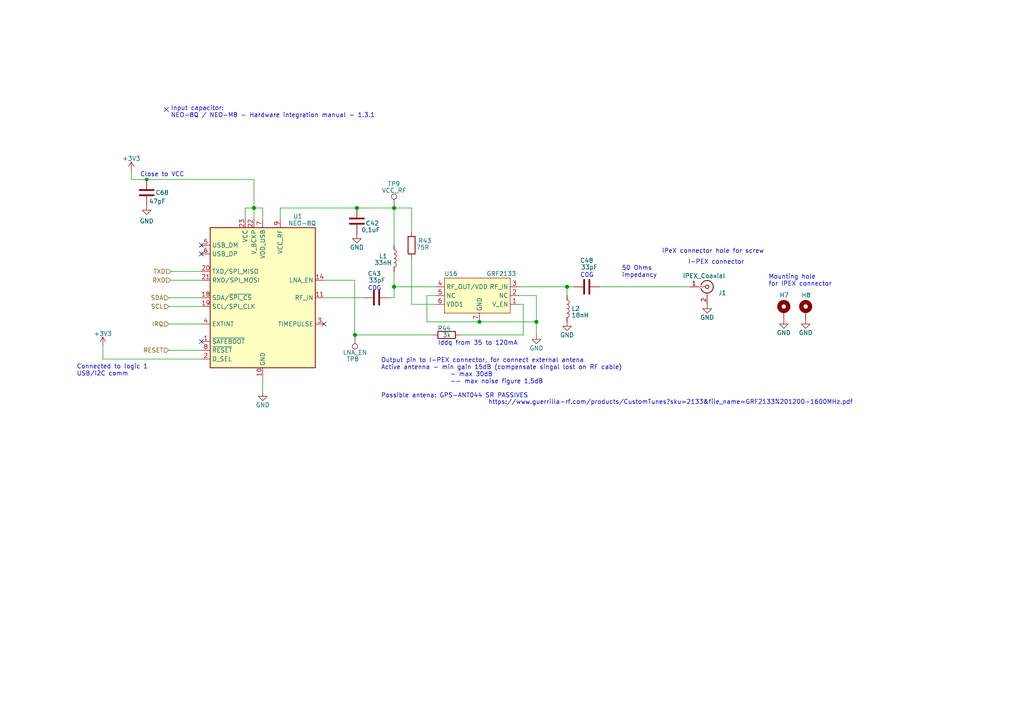
<source format=kicad_sch>
(kicad_sch (version 20211123) (generator eeschema)

  (uuid 8b38e713-2ae3-4571-a0a2-528b1d1f5431)

  (paper "A4")

  (lib_symbols
    (symbol "Connector:Conn_Coaxial" (pin_names (offset 1.016) hide) (in_bom yes) (on_board yes)
      (property "Reference" "J" (id 0) (at 0.254 3.048 0)
        (effects (font (size 1.27 1.27)))
      )
      (property "Value" "Conn_Coaxial" (id 1) (at 2.921 0 90)
        (effects (font (size 1.27 1.27)))
      )
      (property "Footprint" "" (id 2) (at 0 0 0)
        (effects (font (size 1.27 1.27)) hide)
      )
      (property "Datasheet" " ~" (id 3) (at 0 0 0)
        (effects (font (size 1.27 1.27)) hide)
      )
      (property "ki_keywords" "BNC SMA SMB SMC LEMO coaxial connector CINCH RCA" (id 4) (at 0 0 0)
        (effects (font (size 1.27 1.27)) hide)
      )
      (property "ki_description" "coaxial connector (BNC, SMA, SMB, SMC, Cinch/RCA, LEMO, ...)" (id 5) (at 0 0 0)
        (effects (font (size 1.27 1.27)) hide)
      )
      (property "ki_fp_filters" "*BNC* *SMA* *SMB* *SMC* *Cinch* *LEMO*" (id 6) (at 0 0 0)
        (effects (font (size 1.27 1.27)) hide)
      )
      (symbol "Conn_Coaxial_0_1"
        (arc (start -1.778 -0.508) (mid 0.222 -1.808) (end 1.778 0)
          (stroke (width 0.254) (type default) (color 0 0 0 0))
          (fill (type none))
        )
        (polyline
          (pts
            (xy -2.54 0)
            (xy -0.508 0)
          )
          (stroke (width 0) (type default) (color 0 0 0 0))
          (fill (type none))
        )
        (polyline
          (pts
            (xy 0 -2.54)
            (xy 0 -1.778)
          )
          (stroke (width 0) (type default) (color 0 0 0 0))
          (fill (type none))
        )
        (circle (center 0 0) (radius 0.508)
          (stroke (width 0.2032) (type default) (color 0 0 0 0))
          (fill (type none))
        )
        (arc (start 1.778 0) (mid 0.222 1.8083) (end -1.778 0.508)
          (stroke (width 0.254) (type default) (color 0 0 0 0))
          (fill (type none))
        )
      )
      (symbol "Conn_Coaxial_1_1"
        (pin passive line (at -5.08 0 0) (length 2.54)
          (name "In" (effects (font (size 1.27 1.27))))
          (number "1" (effects (font (size 1.27 1.27))))
        )
        (pin passive line (at 0 -5.08 90) (length 2.54)
          (name "Ext" (effects (font (size 1.27 1.27))))
          (number "2" (effects (font (size 1.27 1.27))))
        )
      )
    )
    (symbol "Connector:TestPoint" (pin_numbers hide) (pin_names (offset 0.762) hide) (in_bom yes) (on_board yes)
      (property "Reference" "TP" (id 0) (at 0 6.858 0)
        (effects (font (size 1.27 1.27)))
      )
      (property "Value" "TestPoint" (id 1) (at 0 5.08 0)
        (effects (font (size 1.27 1.27)))
      )
      (property "Footprint" "" (id 2) (at 5.08 0 0)
        (effects (font (size 1.27 1.27)) hide)
      )
      (property "Datasheet" "~" (id 3) (at 5.08 0 0)
        (effects (font (size 1.27 1.27)) hide)
      )
      (property "ki_keywords" "test point tp" (id 4) (at 0 0 0)
        (effects (font (size 1.27 1.27)) hide)
      )
      (property "ki_description" "test point" (id 5) (at 0 0 0)
        (effects (font (size 1.27 1.27)) hide)
      )
      (property "ki_fp_filters" "Pin* Test*" (id 6) (at 0 0 0)
        (effects (font (size 1.27 1.27)) hide)
      )
      (symbol "TestPoint_0_1"
        (circle (center 0 3.302) (radius 0.762)
          (stroke (width 0) (type default) (color 0 0 0 0))
          (fill (type none))
        )
      )
      (symbol "TestPoint_1_1"
        (pin passive line (at 0 0 90) (length 2.54)
          (name "1" (effects (font (size 1.27 1.27))))
          (number "1" (effects (font (size 1.27 1.27))))
        )
      )
    )
    (symbol "Device:C" (pin_numbers hide) (pin_names (offset 0.254)) (in_bom yes) (on_board yes)
      (property "Reference" "C" (id 0) (at 0.635 2.54 0)
        (effects (font (size 1.27 1.27)) (justify left))
      )
      (property "Value" "C" (id 1) (at 0.635 -2.54 0)
        (effects (font (size 1.27 1.27)) (justify left))
      )
      (property "Footprint" "" (id 2) (at 0.9652 -3.81 0)
        (effects (font (size 1.27 1.27)) hide)
      )
      (property "Datasheet" "~" (id 3) (at 0 0 0)
        (effects (font (size 1.27 1.27)) hide)
      )
      (property "ki_keywords" "cap capacitor" (id 4) (at 0 0 0)
        (effects (font (size 1.27 1.27)) hide)
      )
      (property "ki_description" "Unpolarized capacitor" (id 5) (at 0 0 0)
        (effects (font (size 1.27 1.27)) hide)
      )
      (property "ki_fp_filters" "C_*" (id 6) (at 0 0 0)
        (effects (font (size 1.27 1.27)) hide)
      )
      (symbol "C_0_1"
        (polyline
          (pts
            (xy -2.032 -0.762)
            (xy 2.032 -0.762)
          )
          (stroke (width 0.508) (type default) (color 0 0 0 0))
          (fill (type none))
        )
        (polyline
          (pts
            (xy -2.032 0.762)
            (xy 2.032 0.762)
          )
          (stroke (width 0.508) (type default) (color 0 0 0 0))
          (fill (type none))
        )
      )
      (symbol "C_1_1"
        (pin passive line (at 0 3.81 270) (length 2.794)
          (name "~" (effects (font (size 1.27 1.27))))
          (number "1" (effects (font (size 1.27 1.27))))
        )
        (pin passive line (at 0 -3.81 90) (length 2.794)
          (name "~" (effects (font (size 1.27 1.27))))
          (number "2" (effects (font (size 1.27 1.27))))
        )
      )
    )
    (symbol "Device:L" (pin_numbers hide) (pin_names (offset 1.016) hide) (in_bom yes) (on_board yes)
      (property "Reference" "L" (id 0) (at -1.27 0 90)
        (effects (font (size 1.27 1.27)))
      )
      (property "Value" "L" (id 1) (at 1.905 0 90)
        (effects (font (size 1.27 1.27)))
      )
      (property "Footprint" "" (id 2) (at 0 0 0)
        (effects (font (size 1.27 1.27)) hide)
      )
      (property "Datasheet" "~" (id 3) (at 0 0 0)
        (effects (font (size 1.27 1.27)) hide)
      )
      (property "ki_keywords" "inductor choke coil reactor magnetic" (id 4) (at 0 0 0)
        (effects (font (size 1.27 1.27)) hide)
      )
      (property "ki_description" "Inductor" (id 5) (at 0 0 0)
        (effects (font (size 1.27 1.27)) hide)
      )
      (property "ki_fp_filters" "Choke_* *Coil* Inductor_* L_*" (id 6) (at 0 0 0)
        (effects (font (size 1.27 1.27)) hide)
      )
      (symbol "L_0_1"
        (arc (start 0 -2.54) (mid 0.635 -1.905) (end 0 -1.27)
          (stroke (width 0) (type default) (color 0 0 0 0))
          (fill (type none))
        )
        (arc (start 0 -1.27) (mid 0.635 -0.635) (end 0 0)
          (stroke (width 0) (type default) (color 0 0 0 0))
          (fill (type none))
        )
        (arc (start 0 0) (mid 0.635 0.635) (end 0 1.27)
          (stroke (width 0) (type default) (color 0 0 0 0))
          (fill (type none))
        )
        (arc (start 0 1.27) (mid 0.635 1.905) (end 0 2.54)
          (stroke (width 0) (type default) (color 0 0 0 0))
          (fill (type none))
        )
      )
      (symbol "L_1_1"
        (pin passive line (at 0 3.81 270) (length 1.27)
          (name "1" (effects (font (size 1.27 1.27))))
          (number "1" (effects (font (size 1.27 1.27))))
        )
        (pin passive line (at 0 -3.81 90) (length 1.27)
          (name "2" (effects (font (size 1.27 1.27))))
          (number "2" (effects (font (size 1.27 1.27))))
        )
      )
    )
    (symbol "Device:R" (pin_numbers hide) (pin_names (offset 0)) (in_bom yes) (on_board yes)
      (property "Reference" "R" (id 0) (at 2.032 0 90)
        (effects (font (size 1.27 1.27)))
      )
      (property "Value" "R" (id 1) (at 0 0 90)
        (effects (font (size 1.27 1.27)))
      )
      (property "Footprint" "" (id 2) (at -1.778 0 90)
        (effects (font (size 1.27 1.27)) hide)
      )
      (property "Datasheet" "~" (id 3) (at 0 0 0)
        (effects (font (size 1.27 1.27)) hide)
      )
      (property "ki_keywords" "R res resistor" (id 4) (at 0 0 0)
        (effects (font (size 1.27 1.27)) hide)
      )
      (property "ki_description" "Resistor" (id 5) (at 0 0 0)
        (effects (font (size 1.27 1.27)) hide)
      )
      (property "ki_fp_filters" "R_*" (id 6) (at 0 0 0)
        (effects (font (size 1.27 1.27)) hide)
      )
      (symbol "R_0_1"
        (rectangle (start -1.016 -2.54) (end 1.016 2.54)
          (stroke (width 0.254) (type default) (color 0 0 0 0))
          (fill (type none))
        )
      )
      (symbol "R_1_1"
        (pin passive line (at 0 3.81 270) (length 1.27)
          (name "~" (effects (font (size 1.27 1.27))))
          (number "1" (effects (font (size 1.27 1.27))))
        )
        (pin passive line (at 0 -3.81 90) (length 1.27)
          (name "~" (effects (font (size 1.27 1.27))))
          (number "2" (effects (font (size 1.27 1.27))))
        )
      )
    )
    (symbol "Mechanical:MountingHole_Pad" (pin_numbers hide) (pin_names (offset 1.016) hide) (in_bom yes) (on_board yes)
      (property "Reference" "H" (id 0) (at 0 6.35 0)
        (effects (font (size 1.27 1.27)))
      )
      (property "Value" "MountingHole_Pad" (id 1) (at 0 4.445 0)
        (effects (font (size 1.27 1.27)))
      )
      (property "Footprint" "" (id 2) (at 0 0 0)
        (effects (font (size 1.27 1.27)) hide)
      )
      (property "Datasheet" "~" (id 3) (at 0 0 0)
        (effects (font (size 1.27 1.27)) hide)
      )
      (property "ki_keywords" "mounting hole" (id 4) (at 0 0 0)
        (effects (font (size 1.27 1.27)) hide)
      )
      (property "ki_description" "Mounting Hole with connection" (id 5) (at 0 0 0)
        (effects (font (size 1.27 1.27)) hide)
      )
      (property "ki_fp_filters" "MountingHole*Pad*" (id 6) (at 0 0 0)
        (effects (font (size 1.27 1.27)) hide)
      )
      (symbol "MountingHole_Pad_0_1"
        (circle (center 0 1.27) (radius 1.27)
          (stroke (width 1.27) (type default) (color 0 0 0 0))
          (fill (type none))
        )
      )
      (symbol "MountingHole_Pad_1_1"
        (pin input line (at 0 -2.54 90) (length 2.54)
          (name "1" (effects (font (size 1.27 1.27))))
          (number "1" (effects (font (size 1.27 1.27))))
        )
      )
    )
    (symbol "RF_GPS:NEO-8Q" (in_bom yes) (on_board yes)
      (property "Reference" "U" (id 0) (at -13.97 21.59 0)
        (effects (font (size 1.27 1.27)))
      )
      (property "Value" "NEO-8Q" (id 1) (at 11.43 21.59 0)
        (effects (font (size 1.27 1.27)))
      )
      (property "Footprint" "RF_GPS:ublox_NEO" (id 2) (at 10.16 -21.59 0)
        (effects (font (size 1.27 1.27)) hide)
      )
      (property "Datasheet" "https://www.u-blox.com/sites/default/files/NEO-8Q_DataSheet_%28UBX-15031913%29.pdf" (id 3) (at 0 0 0)
        (effects (font (size 1.27 1.27)) hide)
      )
      (property "ki_keywords" "ublox GPS GNSS module" (id 4) (at 0 0 0)
        (effects (font (size 1.27 1.27)) hide)
      )
      (property "ki_description" "GNSS Module NEO 8, VCC 1.65V to 3.6V" (id 5) (at 0 0 0)
        (effects (font (size 1.27 1.27)) hide)
      )
      (property "ki_fp_filters" "ublox*NEO*" (id 6) (at 0 0 0)
        (effects (font (size 1.27 1.27)) hide)
      )
      (symbol "NEO-8Q_0_1"
        (rectangle (start -15.24 20.32) (end 15.24 -20.32)
          (stroke (width 0.254) (type default) (color 0 0 0 0))
          (fill (type background))
        )
      )
      (symbol "NEO-8Q_1_1"
        (pin input line (at -17.78 -12.7 0) (length 2.54)
          (name "~{SAFEBOOT}" (effects (font (size 1.27 1.27))))
          (number "1" (effects (font (size 1.27 1.27))))
        )
        (pin power_in line (at 0 -22.86 90) (length 2.54)
          (name "GND" (effects (font (size 1.27 1.27))))
          (number "10" (effects (font (size 1.27 1.27))))
        )
        (pin input line (at 17.78 0 180) (length 2.54)
          (name "RF_IN" (effects (font (size 1.27 1.27))))
          (number "11" (effects (font (size 1.27 1.27))))
        )
        (pin passive line (at 0 -22.86 90) (length 2.54) hide
          (name "GND" (effects (font (size 1.27 1.27))))
          (number "12" (effects (font (size 1.27 1.27))))
        )
        (pin passive line (at 0 -22.86 90) (length 2.54) hide
          (name "GND" (effects (font (size 1.27 1.27))))
          (number "13" (effects (font (size 1.27 1.27))))
        )
        (pin output line (at 17.78 5.08 180) (length 2.54)
          (name "LNA_EN" (effects (font (size 1.27 1.27))))
          (number "14" (effects (font (size 1.27 1.27))))
        )
        (pin no_connect line (at 15.24 -10.16 180) (length 2.54) hide
          (name "RESERVED" (effects (font (size 1.27 1.27))))
          (number "15" (effects (font (size 1.27 1.27))))
        )
        (pin no_connect line (at 15.24 -12.7 180) (length 2.54) hide
          (name "RESERVED" (effects (font (size 1.27 1.27))))
          (number "16" (effects (font (size 1.27 1.27))))
        )
        (pin no_connect line (at 15.24 -15.24 180) (length 2.54) hide
          (name "RESERVED" (effects (font (size 1.27 1.27))))
          (number "17" (effects (font (size 1.27 1.27))))
        )
        (pin bidirectional line (at -17.78 0 0) (length 2.54)
          (name "SDA/~{SPI_CS}" (effects (font (size 1.27 1.27))))
          (number "18" (effects (font (size 1.27 1.27))))
        )
        (pin input line (at -17.78 -2.54 0) (length 2.54)
          (name "SCL/SPI_CLK" (effects (font (size 1.27 1.27))))
          (number "19" (effects (font (size 1.27 1.27))))
        )
        (pin input line (at -17.78 -17.78 0) (length 2.54)
          (name "D_SEL" (effects (font (size 1.27 1.27))))
          (number "2" (effects (font (size 1.27 1.27))))
        )
        (pin output line (at -17.78 7.62 0) (length 2.54)
          (name "TXD/SPI_MISO" (effects (font (size 1.27 1.27))))
          (number "20" (effects (font (size 1.27 1.27))))
        )
        (pin input line (at -17.78 5.08 0) (length 2.54)
          (name "RXD/SPI_MOSI" (effects (font (size 1.27 1.27))))
          (number "21" (effects (font (size 1.27 1.27))))
        )
        (pin power_in line (at -2.54 22.86 270) (length 2.54)
          (name "V_BCKP" (effects (font (size 1.27 1.27))))
          (number "22" (effects (font (size 1.27 1.27))))
        )
        (pin power_in line (at -5.08 22.86 270) (length 2.54)
          (name "VCC" (effects (font (size 1.27 1.27))))
          (number "23" (effects (font (size 1.27 1.27))))
        )
        (pin passive line (at 0 -22.86 90) (length 2.54) hide
          (name "GND" (effects (font (size 1.27 1.27))))
          (number "24" (effects (font (size 1.27 1.27))))
        )
        (pin output line (at 17.78 -7.62 180) (length 2.54)
          (name "TIMEPULSE" (effects (font (size 1.27 1.27))))
          (number "3" (effects (font (size 1.27 1.27))))
        )
        (pin input line (at -17.78 -7.62 0) (length 2.54)
          (name "EXTINT" (effects (font (size 1.27 1.27))))
          (number "4" (effects (font (size 1.27 1.27))))
        )
        (pin bidirectional line (at -17.78 15.24 0) (length 2.54)
          (name "USB_DM" (effects (font (size 1.27 1.27))))
          (number "5" (effects (font (size 1.27 1.27))))
        )
        (pin bidirectional line (at -17.78 12.7 0) (length 2.54)
          (name "USB_DP" (effects (font (size 1.27 1.27))))
          (number "6" (effects (font (size 1.27 1.27))))
        )
        (pin power_in line (at 0 22.86 270) (length 2.54)
          (name "VDD_USB" (effects (font (size 1.27 1.27))))
          (number "7" (effects (font (size 1.27 1.27))))
        )
        (pin input line (at -17.78 -15.24 0) (length 2.54)
          (name "~{RESET}" (effects (font (size 1.27 1.27))))
          (number "8" (effects (font (size 1.27 1.27))))
        )
        (pin power_out line (at 5.08 22.86 270) (length 2.54)
          (name "VCC_RF" (effects (font (size 1.27 1.27))))
          (number "9" (effects (font (size 1.27 1.27))))
        )
      )
    )
    (symbol "comm:GRF2133" (in_bom yes) (on_board yes)
      (property "Reference" "U" (id 0) (at 0 2.54 0)
        (effects (font (size 1.27 1.27)))
      )
      (property "Value" "GRF2133" (id 1) (at 0 0 0)
        (effects (font (size 1.27 1.27)))
      )
      (property "Footprint" "" (id 2) (at -5.08 1.27 0)
        (effects (font (size 1.27 1.27)) hide)
      )
      (property "Datasheet" "" (id 3) (at -5.08 1.27 0)
        (effects (font (size 1.27 1.27)) hide)
      )
      (symbol "GRF2133_0_1"
        (rectangle (start -10.16 -1.27) (end 8.89 -11.43)
          (stroke (width 0.1524) (type default) (color 0 0 0 0))
          (fill (type background))
        )
      )
      (symbol "GRF2133_1_1"
        (pin input line (at 11.43 -8.89 180) (length 2.54)
          (name "V_EN" (effects (font (size 1.27 1.27))))
          (number "1" (effects (font (size 1.27 1.27))))
        )
        (pin input line (at 11.43 -6.35 180) (length 2.54)
          (name "NC" (effects (font (size 1.27 1.27))))
          (number "2" (effects (font (size 1.27 1.27))))
        )
        (pin input line (at 11.43 -3.81 180) (length 2.54)
          (name "RF_IN" (effects (font (size 1.27 1.27))))
          (number "3" (effects (font (size 1.27 1.27))))
        )
        (pin input line (at -12.7 -3.81 0) (length 2.54)
          (name "RF_OUT/VDD" (effects (font (size 1.27 1.27))))
          (number "4" (effects (font (size 1.27 1.27))))
        )
        (pin input line (at -12.7 -6.35 0) (length 2.54)
          (name "NC" (effects (font (size 1.27 1.27))))
          (number "5" (effects (font (size 1.27 1.27))))
        )
        (pin input line (at -12.7 -8.89 0) (length 2.54)
          (name "VDD1" (effects (font (size 1.27 1.27))))
          (number "6" (effects (font (size 1.27 1.27))))
        )
        (pin input line (at 0 -13.97 90) (length 2.54)
          (name "GND" (effects (font (size 1.27 1.27))))
          (number "7" (effects (font (size 1.27 1.27))))
        )
      )
    )
    (symbol "power:+3V3" (power) (pin_names (offset 0)) (in_bom yes) (on_board yes)
      (property "Reference" "#PWR" (id 0) (at 0 -3.81 0)
        (effects (font (size 1.27 1.27)) hide)
      )
      (property "Value" "+3V3" (id 1) (at 0 3.556 0)
        (effects (font (size 1.27 1.27)))
      )
      (property "Footprint" "" (id 2) (at 0 0 0)
        (effects (font (size 1.27 1.27)) hide)
      )
      (property "Datasheet" "" (id 3) (at 0 0 0)
        (effects (font (size 1.27 1.27)) hide)
      )
      (property "ki_keywords" "power-flag" (id 4) (at 0 0 0)
        (effects (font (size 1.27 1.27)) hide)
      )
      (property "ki_description" "Power symbol creates a global label with name \"+3V3\"" (id 5) (at 0 0 0)
        (effects (font (size 1.27 1.27)) hide)
      )
      (symbol "+3V3_0_1"
        (polyline
          (pts
            (xy -0.762 1.27)
            (xy 0 2.54)
          )
          (stroke (width 0) (type default) (color 0 0 0 0))
          (fill (type none))
        )
        (polyline
          (pts
            (xy 0 0)
            (xy 0 2.54)
          )
          (stroke (width 0) (type default) (color 0 0 0 0))
          (fill (type none))
        )
        (polyline
          (pts
            (xy 0 2.54)
            (xy 0.762 1.27)
          )
          (stroke (width 0) (type default) (color 0 0 0 0))
          (fill (type none))
        )
      )
      (symbol "+3V3_1_1"
        (pin power_in line (at 0 0 90) (length 0) hide
          (name "+3V3" (effects (font (size 1.27 1.27))))
          (number "1" (effects (font (size 1.27 1.27))))
        )
      )
    )
    (symbol "power:GND" (power) (pin_names (offset 0)) (in_bom yes) (on_board yes)
      (property "Reference" "#PWR" (id 0) (at 0 -6.35 0)
        (effects (font (size 1.27 1.27)) hide)
      )
      (property "Value" "GND" (id 1) (at 0 -3.81 0)
        (effects (font (size 1.27 1.27)))
      )
      (property "Footprint" "" (id 2) (at 0 0 0)
        (effects (font (size 1.27 1.27)) hide)
      )
      (property "Datasheet" "" (id 3) (at 0 0 0)
        (effects (font (size 1.27 1.27)) hide)
      )
      (property "ki_keywords" "power-flag" (id 4) (at 0 0 0)
        (effects (font (size 1.27 1.27)) hide)
      )
      (property "ki_description" "Power symbol creates a global label with name \"GND\" , ground" (id 5) (at 0 0 0)
        (effects (font (size 1.27 1.27)) hide)
      )
      (symbol "GND_0_1"
        (polyline
          (pts
            (xy 0 0)
            (xy 0 -1.27)
            (xy 1.27 -1.27)
            (xy 0 -2.54)
            (xy -1.27 -1.27)
            (xy 0 -1.27)
          )
          (stroke (width 0) (type default) (color 0 0 0 0))
          (fill (type none))
        )
      )
      (symbol "GND_1_1"
        (pin power_in line (at 0 0 270) (length 0) hide
          (name "GND" (effects (font (size 1.27 1.27))))
          (number "1" (effects (font (size 1.27 1.27))))
        )
      )
    )
  )

  (junction (at 155.575 93.345) (diameter 1.016) (color 0 0 0 0)
    (uuid 0520f61d-4522-4301-a3fa-8ed0bf060f69)
  )
  (junction (at 42.545 52.07) (diameter 0) (color 0 0 0 0)
    (uuid 0b9b133b-b5fe-490e-8b39-775963926a93)
  )
  (junction (at 103.505 60.325) (diameter 1.016) (color 0 0 0 0)
    (uuid 143ed874-a01f-4ced-ba4e-bbb66ddd1f70)
  )
  (junction (at 139.065 93.345) (diameter 1.016) (color 0 0 0 0)
    (uuid 411d4270-c66c-4318-b7fb-1470d34862b8)
  )
  (junction (at 102.9601 97.155) (diameter 1.016) (color 0 0 0 0)
    (uuid 71f92193-19b0-44ed-bc7f-77535083d769)
  )
  (junction (at 114.3 60.325) (diameter 1.016) (color 0 0 0 0)
    (uuid 795e68e2-c9ba-45cf-9bff-89b8fae05b5a)
  )
  (junction (at 114.3 83.185) (diameter 1.016) (color 0 0 0 0)
    (uuid 8fcec304-c6b1-4655-8326-beacd0476953)
  )
  (junction (at 164.465 83.185) (diameter 1.016) (color 0 0 0 0)
    (uuid c8b92953-cd23-44e6-85ce-083fb8c3f20f)
  )
  (junction (at 73.66 60.325) (diameter 1.016) (color 0 0 0 0)
    (uuid fd3499d5-6fd2-49a4-bdb0-109cee899fde)
  )

  (no_connect (at 48.26 31.75) (uuid 278404e7-6b39-4036-b69f-2f2a299ca7d0))
  (no_connect (at 58.42 99.06) (uuid 4009b76d-4e12-41c2-8abc-3c909f129ef1))
  (no_connect (at 93.98 93.98) (uuid 640c81af-5b52-4930-825d-dea52c971932))
  (no_connect (at 58.42 71.12) (uuid 85201180-d2ed-4b0d-81b0-9e79da370ca6))
  (no_connect (at 58.42 73.66) (uuid 85201180-d2ed-4b0d-81b0-9e79da370ca7))

  (wire (pts (xy 150.495 83.185) (xy 164.465 83.185))
    (stroke (width 0) (type solid) (color 0 0 0 0))
    (uuid 01be50a9-1c3a-4f58-b3cc-a877c48e9664)
  )
  (wire (pts (xy 164.465 83.185) (xy 164.465 85.725))
    (stroke (width 0) (type solid) (color 0 0 0 0))
    (uuid 01be50a9-1c3a-4f58-b3cc-a877c48e9665)
  )
  (wire (pts (xy 29.845 100.33) (xy 29.845 104.14))
    (stroke (width 0) (type solid) (color 0 0 0 0))
    (uuid 09e322ad-5f43-4b76-8f66-ce95369f2a6e)
  )
  (wire (pts (xy 48.895 101.6) (xy 58.42 101.6))
    (stroke (width 0) (type solid) (color 0 0 0 0))
    (uuid 0d1c9ec4-0f70-4131-a0ee-a4f1f87d74f6)
  )
  (wire (pts (xy 76.2 109.22) (xy 76.2 113.665))
    (stroke (width 0) (type solid) (color 0 0 0 0))
    (uuid 109800b1-b5e0-4743-8d22-e246de803e33)
  )
  (wire (pts (xy 119.38 74.93) (xy 119.38 88.265))
    (stroke (width 0) (type solid) (color 0 0 0 0))
    (uuid 1767bbb8-fc31-4c9d-9912-9e04fa030345)
  )
  (wire (pts (xy 119.38 67.31) (xy 119.38 60.325))
    (stroke (width 0) (type solid) (color 0 0 0 0))
    (uuid 257e144c-abfa-4265-94a8-588250914cf1)
  )
  (wire (pts (xy 126.365 85.725) (xy 123.825 85.725))
    (stroke (width 0) (type solid) (color 0 0 0 0))
    (uuid 27abbe3a-0c28-45c9-a944-7532695fb377)
  )
  (wire (pts (xy 93.98 86.36) (xy 105.41 86.36))
    (stroke (width 0) (type solid) (color 0 0 0 0))
    (uuid 31c7be3c-5051-449e-ac03-f8e8d9bce0e4)
  )
  (wire (pts (xy 102.87 97.155) (xy 102.9601 97.155))
    (stroke (width 0) (type solid) (color 0 0 0 0))
    (uuid 3784599c-c4b1-4b8d-af53-1e1ff580c87c)
  )
  (wire (pts (xy 102.9601 97.155) (xy 125.73 97.155))
    (stroke (width 0) (type solid) (color 0 0 0 0))
    (uuid 3784599c-c4b1-4b8d-af53-1e1ff580c87d)
  )
  (wire (pts (xy 48.895 88.9) (xy 58.42 88.9))
    (stroke (width 0) (type solid) (color 0 0 0 0))
    (uuid 4084926f-4258-4973-ad0e-0c5c93e18a30)
  )
  (wire (pts (xy 114.3 78.74) (xy 114.3 83.185))
    (stroke (width 0) (type solid) (color 0 0 0 0))
    (uuid 4746896d-066b-40b2-8f53-52e34fb2a171)
  )
  (wire (pts (xy 48.895 86.36) (xy 58.42 86.36))
    (stroke (width 0) (type solid) (color 0 0 0 0))
    (uuid 5251a5b4-b539-4b4e-b018-161b8beafed2)
  )
  (wire (pts (xy 123.825 85.725) (xy 123.825 93.345))
    (stroke (width 0) (type solid) (color 0 0 0 0))
    (uuid 5d983481-0c8c-4bbb-b76b-26a71bf74766)
  )
  (wire (pts (xy 123.825 93.345) (xy 139.065 93.345))
    (stroke (width 0) (type solid) (color 0 0 0 0))
    (uuid 5d983481-0c8c-4bbb-b76b-26a71bf74767)
  )
  (wire (pts (xy 139.065 93.345) (xy 155.575 93.345))
    (stroke (width 0) (type solid) (color 0 0 0 0))
    (uuid 5d983481-0c8c-4bbb-b76b-26a71bf74768)
  )
  (wire (pts (xy 173.99 83.185) (xy 200.025 83.185))
    (stroke (width 0) (type solid) (color 0 0 0 0))
    (uuid 62c67aba-53d3-47a5-9e95-9ec6c9bd78e8)
  )
  (wire (pts (xy 114.3 60.325) (xy 114.3 71.12))
    (stroke (width 0) (type solid) (color 0 0 0 0))
    (uuid 8573afa9-ec3e-44a5-b84b-5883f3cdbf79)
  )
  (wire (pts (xy 48.895 93.98) (xy 58.42 93.98))
    (stroke (width 0) (type solid) (color 0 0 0 0))
    (uuid 8858a9fe-8549-4ef9-88bb-49db4bff91ef)
  )
  (wire (pts (xy 29.845 104.14) (xy 58.42 104.14))
    (stroke (width 0) (type solid) (color 0 0 0 0))
    (uuid 8b91a71a-a3ba-4252-b2f5-9f4031caa8c6)
  )
  (wire (pts (xy 164.465 83.185) (xy 166.37 83.185))
    (stroke (width 0) (type solid) (color 0 0 0 0))
    (uuid 91757bfe-b2bf-4bbd-8dd3-9be1d9fa33f6)
  )
  (wire (pts (xy 133.35 97.155) (xy 151.765 97.155))
    (stroke (width 0) (type solid) (color 0 0 0 0))
    (uuid 9627691b-ef9d-4979-b816-86baf4bc8a68)
  )
  (wire (pts (xy 113.03 86.36) (xy 114.3 86.36))
    (stroke (width 0) (type solid) (color 0 0 0 0))
    (uuid 9e37724f-2172-4f41-9df5-c1cdbf10847a)
  )
  (wire (pts (xy 114.3 83.185) (xy 126.365 83.185))
    (stroke (width 0) (type solid) (color 0 0 0 0))
    (uuid 9e37724f-2172-4f41-9df5-c1cdbf10847b)
  )
  (wire (pts (xy 114.3 86.36) (xy 114.3 83.185))
    (stroke (width 0) (type solid) (color 0 0 0 0))
    (uuid 9e37724f-2172-4f41-9df5-c1cdbf10847c)
  )
  (wire (pts (xy 76.2 60.325) (xy 73.66 60.325))
    (stroke (width 0) (type solid) (color 0 0 0 0))
    (uuid a02bd23e-7b47-4517-b433-4fae3ea5cf01)
  )
  (wire (pts (xy 76.2 63.5) (xy 76.2 60.325))
    (stroke (width 0) (type solid) (color 0 0 0 0))
    (uuid a02bd23e-7b47-4517-b433-4fae3ea5cf02)
  )
  (wire (pts (xy 93.98 81.28) (xy 102.87 81.28))
    (stroke (width 0) (type solid) (color 0 0 0 0))
    (uuid a68ab12f-21ab-4b98-8655-04c3a521afcb)
  )
  (wire (pts (xy 102.87 81.28) (xy 102.87 97.155))
    (stroke (width 0) (type solid) (color 0 0 0 0))
    (uuid a68ab12f-21ab-4b98-8655-04c3a521afcc)
  )
  (wire (pts (xy 73.66 52.07) (xy 73.66 60.325))
    (stroke (width 0) (type solid) (color 0 0 0 0))
    (uuid abc7dc28-f731-46e5-a7aa-6dd6f932bdf5)
  )
  (wire (pts (xy 150.495 85.725) (xy 155.575 85.725))
    (stroke (width 0) (type solid) (color 0 0 0 0))
    (uuid ac64c30b-286e-44ae-9150-827dae77a52f)
  )
  (wire (pts (xy 155.575 85.725) (xy 155.575 93.345))
    (stroke (width 0) (type solid) (color 0 0 0 0))
    (uuid ac64c30b-286e-44ae-9150-827dae77a530)
  )
  (wire (pts (xy 155.575 93.345) (xy 155.575 97.155))
    (stroke (width 0) (type solid) (color 0 0 0 0))
    (uuid ac64c30b-286e-44ae-9150-827dae77a531)
  )
  (wire (pts (xy 49.53 81.28) (xy 58.42 81.28))
    (stroke (width 0) (type solid) (color 0 0 0 0))
    (uuid ba04f105-0e60-4ac9-bff5-6cb4b45bffa4)
  )
  (wire (pts (xy 150.495 88.265) (xy 151.765 88.265))
    (stroke (width 0) (type solid) (color 0 0 0 0))
    (uuid ba4fc2a8-2822-4df7-a7ea-e7ad6dd111f8)
  )
  (wire (pts (xy 151.765 88.265) (xy 151.765 97.155))
    (stroke (width 0) (type solid) (color 0 0 0 0))
    (uuid ba4fc2a8-2822-4df7-a7ea-e7ad6dd111f9)
  )
  (wire (pts (xy 73.66 60.325) (xy 73.66 63.5))
    (stroke (width 0) (type solid) (color 0 0 0 0))
    (uuid bbf7da76-e33f-43b1-9a67-7043aa182473)
  )
  (wire (pts (xy 38.1 49.53) (xy 38.1 52.07))
    (stroke (width 0) (type default) (color 0 0 0 0))
    (uuid c47f7d0d-e998-4cf3-8722-c71d314eb685)
  )
  (wire (pts (xy 49.53 78.74) (xy 58.42 78.74))
    (stroke (width 0) (type solid) (color 0 0 0 0))
    (uuid c9b79fc2-7829-436d-bcdd-8c484f9f29bb)
  )
  (wire (pts (xy 119.38 88.265) (xy 126.365 88.265))
    (stroke (width 0) (type solid) (color 0 0 0 0))
    (uuid cf8f39ac-6300-4a6f-9d7a-9535d28f4f59)
  )
  (wire (pts (xy 38.1 52.07) (xy 42.545 52.07))
    (stroke (width 0) (type default) (color 0 0 0 0))
    (uuid def5a47c-8928-4cf7-9fa2-ceab2b7817a6)
  )
  (wire (pts (xy 42.545 52.07) (xy 73.66 52.07))
    (stroke (width 0) (type default) (color 0 0 0 0))
    (uuid e2ea097b-b9a0-46aa-8521-578a7c0b572c)
  )
  (wire (pts (xy 81.28 60.325) (xy 103.505 60.325))
    (stroke (width 0) (type solid) (color 0 0 0 0))
    (uuid f20eeacf-abb7-434a-a24f-b7aac6ea2903)
  )
  (wire (pts (xy 81.28 63.5) (xy 81.28 60.325))
    (stroke (width 0) (type solid) (color 0 0 0 0))
    (uuid f20eeacf-abb7-434a-a24f-b7aac6ea2904)
  )
  (wire (pts (xy 103.505 60.325) (xy 114.3 60.325))
    (stroke (width 0) (type solid) (color 0 0 0 0))
    (uuid f20eeacf-abb7-434a-a24f-b7aac6ea2905)
  )
  (wire (pts (xy 114.3 60.325) (xy 119.38 60.325))
    (stroke (width 0) (type solid) (color 0 0 0 0))
    (uuid f20eeacf-abb7-434a-a24f-b7aac6ea2906)
  )
  (wire (pts (xy 71.12 60.325) (xy 73.66 60.325))
    (stroke (width 0) (type solid) (color 0 0 0 0))
    (uuid fccd4a8f-3137-4bb9-8889-b2aa4118e340)
  )
  (wire (pts (xy 71.12 63.5) (xy 71.12 60.325))
    (stroke (width 0) (type solid) (color 0 0 0 0))
    (uuid fccd4a8f-3137-4bb9-8889-b2aa4118e341)
  )

  (text "C0G" (at 168.275 80.645 0)
    (effects (font (size 1.27 1.27)) (justify left bottom))
    (uuid 1c9d9621-d4fa-4f02-9cc1-7cdc463d54a9)
  )
  (text "Input capacitor:\nNEO-8Q / NEO-M8 - Hardware integration manual - 1.3.1"
    (at 49.53 34.29 0)
    (effects (font (size 1.27 1.27)) (justify left bottom))
    (uuid 5bd44484-613f-49f6-87d1-1db66919d72f)
  )
  (text "Close to VCC\n" (at 40.64 51.435 0)
    (effects (font (size 1.27 1.27)) (justify left bottom))
    (uuid 64be834d-bdda-477a-95fc-3f098592acb4)
  )
  (text "C0G" (at 106.68 84.455 0)
    (effects (font (size 1.27 1.27)) (justify left bottom))
    (uuid 67889be4-7baf-49df-bff8-2abd4cf5c75e)
  )
  (text "50 Ohms\nimpedancy\n" (at 180.34 80.645 0)
    (effects (font (size 1.27 1.27)) (justify left bottom))
    (uuid 861e6205-addf-4fa2-831f-5de3069d0f43)
  )
  (text "Mounting hole\nfor IPEX connector\n" (at 222.885 83.185 0)
    (effects (font (size 1.27 1.27)) (justify left bottom))
    (uuid 94399230-ca90-4edf-a489-dc91f0601eb1)
  )
  (text "Iddq from 35 to 120mA" (at 127 100.33 0)
    (effects (font (size 1.27 1.27)) (justify left bottom))
    (uuid a085bfcb-e4e0-4cb6-9424-1b40a095a96a)
  )
  (text "I-PEX connector\n" (at 215.9 76.835 180)
    (effects (font (size 1.27 1.27)) (justify right bottom))
    (uuid a5e6a0c1-6542-486e-95ed-3b8d5ede2b07)
  )
  (text "Output pin to I-PEX connector, for connect external antena\nActive antenna - min gain 15dB (compensate singal lost on RF cable)\n				- max 30dB\n				-- max noise figure 1,5dB\n\nPossible antena: GPS-ANT044 SR PASSIVES\n"
    (at 110.49 115.57 0)
    (effects (font (size 1.27 1.27)) (justify left bottom))
    (uuid b3c80aaa-750a-42e8-8e77-42bbb6cef22c)
  )
  (text "https://www.guerrilla-rf.com/products/CustomTunes?sku=2133&file_name=GRF2133%201200-1600MHz.pdf"
    (at 141.605 117.475 0)
    (effects (font (size 1.27 1.27)) (justify left bottom))
    (uuid c1db7845-d2a2-4cae-8064-07df05a18d2b)
  )
  (text "iPeX connector hole for screw\n" (at 221.615 73.66 180)
    (effects (font (size 1.27 1.27)) (justify right bottom))
    (uuid c3180c14-d933-43a4-a189-4f33bcc287c2)
  )
  (text "Connected to logic 1 \nUSB/I2C comm\n" (at 22.225 109.22 0)
    (effects (font (size 1.27 1.27)) (justify left bottom))
    (uuid cdf36631-0b51-4d27-94ca-d6a112c60208)
  )

  (hierarchical_label "SCL" (shape input) (at 48.895 88.9 180)
    (effects (font (size 1.27 1.27)) (justify right))
    (uuid 0038fc9c-adb7-480f-a3b0-d335966c7de8)
  )
  (hierarchical_label "SDA" (shape input) (at 48.895 86.36 180)
    (effects (font (size 1.27 1.27)) (justify right))
    (uuid 28288a5a-c749-4593-bff9-9b21e95e73dd)
  )
  (hierarchical_label "TXD" (shape input) (at 49.53 78.74 180)
    (effects (font (size 1.27 1.27)) (justify right))
    (uuid 77325409-927e-4816-8b14-d0d27926febb)
  )
  (hierarchical_label "IRQ" (shape input) (at 48.895 93.98 180)
    (effects (font (size 1.27 1.27)) (justify right))
    (uuid 9e5a965b-eb8a-46fb-8cc3-3c71df006882)
  )
  (hierarchical_label "RESET" (shape input) (at 48.895 101.6 180)
    (effects (font (size 1.27 1.27)) (justify right))
    (uuid c6baae81-9c26-4ac1-9a81-4d33222cc3bf)
  )
  (hierarchical_label "RXD" (shape input) (at 49.53 81.28 180)
    (effects (font (size 1.27 1.27)) (justify right))
    (uuid f59b0ec7-475f-495d-84b5-c74c61d7d053)
  )

  (symbol (lib_id "power:+3V3") (at 29.845 100.33 0) (unit 1)
    (in_bom yes) (on_board yes)
    (uuid 05ae919a-077d-4ffb-832c-e1f8a90810f5)
    (property "Reference" "#PWR0136" (id 0) (at 29.845 104.14 0)
      (effects (font (size 1.27 1.27)) hide)
    )
    (property "Value" "+3V3" (id 1) (at 29.845 96.774 0))
    (property "Footprint" "" (id 2) (at 29.845 100.33 0)
      (effects (font (size 1.27 1.27)) hide)
    )
    (property "Datasheet" "" (id 3) (at 29.845 100.33 0)
      (effects (font (size 1.27 1.27)) hide)
    )
    (pin "1" (uuid 83b76a64-d33f-4b92-8ebe-94085b063eff))
  )

  (symbol (lib_id "power:GND") (at 103.505 67.945 0) (unit 1)
    (in_bom yes) (on_board yes) (fields_autoplaced)
    (uuid 093298b7-f365-4672-b9bd-53db1775a9c1)
    (property "Reference" "#PWR0151" (id 0) (at 103.505 74.295 0)
      (effects (font (size 1.27 1.27)) hide)
    )
    (property "Value" "GND" (id 1) (at 103.505 71.755 0))
    (property "Footprint" "" (id 2) (at 103.505 67.945 0)
      (effects (font (size 1.27 1.27)) hide)
    )
    (property "Datasheet" "" (id 3) (at 103.505 67.945 0)
      (effects (font (size 1.27 1.27)) hide)
    )
    (pin "1" (uuid 76a8ae94-f9e1-4388-bb2c-d910eb5e0528))
  )

  (symbol (lib_id "power:GND") (at 205.105 88.265 0) (unit 1)
    (in_bom yes) (on_board yes) (fields_autoplaced)
    (uuid 0df7011d-9ffd-442d-96bf-e933d0cb9865)
    (property "Reference" "#PWR0105" (id 0) (at 205.105 94.615 0)
      (effects (font (size 1.27 1.27)) hide)
    )
    (property "Value" "GND" (id 1) (at 205.105 92.075 0))
    (property "Footprint" "" (id 2) (at 205.105 88.265 0)
      (effects (font (size 1.27 1.27)) hide)
    )
    (property "Datasheet" "" (id 3) (at 205.105 88.265 0)
      (effects (font (size 1.27 1.27)) hide)
    )
    (pin "1" (uuid a87c63dd-3d65-4051-a4cc-06e4ccf0a63a))
  )

  (symbol (lib_id "power:GND") (at 42.545 59.69 0) (unit 1)
    (in_bom yes) (on_board yes) (fields_autoplaced)
    (uuid 2145b9b8-5c32-4d79-8adf-320558e14f80)
    (property "Reference" "#PWR012" (id 0) (at 42.545 66.04 0)
      (effects (font (size 1.27 1.27)) hide)
    )
    (property "Value" "GND" (id 1) (at 42.545 64.135 0))
    (property "Footprint" "" (id 2) (at 42.545 59.69 0)
      (effects (font (size 1.27 1.27)) hide)
    )
    (property "Datasheet" "" (id 3) (at 42.545 59.69 0)
      (effects (font (size 1.27 1.27)) hide)
    )
    (pin "1" (uuid a65f4b08-ed17-4666-991e-102dbdbbb7ae))
  )

  (symbol (lib_id "Connector:Conn_Coaxial") (at 205.105 83.185 0) (unit 1)
    (in_bom yes) (on_board yes)
    (uuid 439f32fb-fdd3-42c4-9953-113a7abc87da)
    (property "Reference" "J1" (id 0) (at 208.28 84.9504 0)
      (effects (font (size 1.27 1.27)) (justify left))
    )
    (property "Value" "iPEX_Coaxial" (id 1) (at 204.216 80.01 0))
    (property "Footprint" "" (id 2) (at 205.105 83.185 0)
      (effects (font (size 1.27 1.27)) hide)
    )
    (property "Datasheet" " ~" (id 3) (at 205.105 83.185 0)
      (effects (font (size 1.27 1.27)) hide)
    )
    (pin "1" (uuid 71f1c8b8-c62b-4bd8-9c36-9cf5a576f6f1))
    (pin "2" (uuid 26e9a7fb-dd70-48cd-90ed-d709c8f7e1e3))
  )

  (symbol (lib_id "Device:C") (at 109.22 86.36 90) (unit 1)
    (in_bom yes) (on_board yes)
    (uuid 43cf697c-d158-4d4f-bde0-259d5adf1417)
    (property "Reference" "C43" (id 0) (at 108.585 79.375 90))
    (property "Value" "33pF" (id 1) (at 111.76 81.28 90)
      (effects (font (size 1.27 1.27)) (justify left))
    )
    (property "Footprint" "Capacitor_SMD:C_0603_1608Metric" (id 2) (at 113.03 85.3948 0)
      (effects (font (size 1.27 1.27)) hide)
    )
    (property "Datasheet" "~" (id 3) (at 109.22 86.36 0)
      (effects (font (size 1.27 1.27)) hide)
    )
    (pin "1" (uuid de099d95-b0b7-4856-8c74-9a03c9ab3970))
    (pin "2" (uuid 640027e2-9ef0-4e9c-a891-a2916161d56f))
  )

  (symbol (lib_id "power:GND") (at 164.465 93.345 0) (unit 1)
    (in_bom yes) (on_board yes) (fields_autoplaced)
    (uuid 47fbaae5-a34c-4d0c-961b-7fcc519525cd)
    (property "Reference" "#PWR0150" (id 0) (at 164.465 99.695 0)
      (effects (font (size 1.27 1.27)) hide)
    )
    (property "Value" "GND" (id 1) (at 164.465 97.155 0))
    (property "Footprint" "" (id 2) (at 164.465 93.345 0)
      (effects (font (size 1.27 1.27)) hide)
    )
    (property "Datasheet" "" (id 3) (at 164.465 93.345 0)
      (effects (font (size 1.27 1.27)) hide)
    )
    (pin "1" (uuid 025c3f82-2259-40e1-be78-464134ac03d7))
  )

  (symbol (lib_id "Device:R") (at 129.54 97.155 90) (unit 1)
    (in_bom yes) (on_board yes)
    (uuid 4a050d6d-1e0b-44c6-8860-1eb70aacc9ff)
    (property "Reference" "R44" (id 0) (at 130.8099 95.25 90)
      (effects (font (size 1.27 1.27)) (justify left))
    )
    (property "Value" "3k" (id 1) (at 130.8099 97.155 90)
      (effects (font (size 1.27 1.27)) (justify left))
    )
    (property "Footprint" "Resistor_SMD:R_0603_1608Metric" (id 2) (at 129.54 98.933 90)
      (effects (font (size 1.27 1.27)) hide)
    )
    (property "Datasheet" "~" (id 3) (at 129.54 97.155 0)
      (effects (font (size 1.27 1.27)) hide)
    )
    (pin "1" (uuid 9faee9c1-598e-46de-b7ff-5eeed083b7b1))
    (pin "2" (uuid ded9580e-f0af-400b-829c-c2ebfc0aa8b6))
  )

  (symbol (lib_id "Device:C") (at 42.545 55.88 0) (unit 1)
    (in_bom yes) (on_board yes)
    (uuid 585f7144-38ab-4ce6-a31c-2d2c8507e5dc)
    (property "Reference" "C68" (id 0) (at 45.085 55.88 0)
      (effects (font (size 1.27 1.27)) (justify left))
    )
    (property "Value" "47pF" (id 1) (at 43.18 58.42 0)
      (effects (font (size 1.27 1.27)) (justify left))
    )
    (property "Footprint" "Capacitor_SMD:C_0603_1608Metric" (id 2) (at 43.5102 59.69 0)
      (effects (font (size 1.27 1.27)) hide)
    )
    (property "Datasheet" "~" (id 3) (at 42.545 55.88 0)
      (effects (font (size 1.27 1.27)) hide)
    )
    (pin "1" (uuid 89faa4a6-4a30-45e0-a611-7134081dcd6e))
    (pin "2" (uuid 910308e4-3532-4fb9-84e8-c021b52d1a3e))
  )

  (symbol (lib_id "Device:R") (at 119.38 71.12 0) (unit 1)
    (in_bom yes) (on_board yes)
    (uuid 5f3572f7-fb48-454e-9db0-c275af260895)
    (property "Reference" "R43" (id 0) (at 121.285 69.8499 0)
      (effects (font (size 1.27 1.27)) (justify left))
    )
    (property "Value" "75R" (id 1) (at 120.65 71.7549 0)
      (effects (font (size 1.27 1.27)) (justify left))
    )
    (property "Footprint" "Resistor_SMD:R_0603_1608Metric" (id 2) (at 117.602 71.12 90)
      (effects (font (size 1.27 1.27)) hide)
    )
    (property "Datasheet" "~" (id 3) (at 119.38 71.12 0)
      (effects (font (size 1.27 1.27)) hide)
    )
    (pin "1" (uuid 8044d228-5fcb-497b-89fa-a19d6079c05c))
    (pin "2" (uuid 6772dff6-484c-4674-85af-5303a5b501cf))
  )

  (symbol (lib_id "Device:C") (at 103.505 64.135 0) (unit 1)
    (in_bom yes) (on_board yes)
    (uuid 655466dc-74d7-441f-9065-6d91cf0cdfd5)
    (property "Reference" "C42" (id 0) (at 106.045 64.7699 0)
      (effects (font (size 1.27 1.27)) (justify left))
    )
    (property "Value" "0,1uF" (id 1) (at 104.775 66.675 0)
      (effects (font (size 1.27 1.27)) (justify left))
    )
    (property "Footprint" "Capacitor_SMD:C_0603_1608Metric" (id 2) (at 104.4702 67.945 0)
      (effects (font (size 1.27 1.27)) hide)
    )
    (property "Datasheet" "~" (id 3) (at 103.505 64.135 0)
      (effects (font (size 1.27 1.27)) hide)
    )
    (pin "1" (uuid 765510f5-985d-428d-b4ea-0582417261b0))
    (pin "2" (uuid 3779e6d7-a712-404d-a15f-ac2c9679b705))
  )

  (symbol (lib_id "Device:C") (at 170.18 83.185 90) (unit 1)
    (in_bom yes) (on_board yes)
    (uuid 8a28a6ce-bb4d-413a-85cb-87c474e0efa6)
    (property "Reference" "C48" (id 0) (at 170.18 75.565 90))
    (property "Value" "33pF" (id 1) (at 173.355 77.47 90)
      (effects (font (size 1.27 1.27)) (justify left))
    )
    (property "Footprint" "Capacitor_SMD:C_0603_1608Metric" (id 2) (at 173.99 82.2198 0)
      (effects (font (size 1.27 1.27)) hide)
    )
    (property "Datasheet" "~" (id 3) (at 170.18 83.185 0)
      (effects (font (size 1.27 1.27)) hide)
    )
    (pin "1" (uuid 6f132baa-5054-4b62-8165-e94f64728939))
    (pin "2" (uuid ee4f743a-20b3-4210-948e-cfc19ff96e5f))
  )

  (symbol (lib_id "Mechanical:MountingHole_Pad") (at 227.33 90.17 0) (unit 1)
    (in_bom yes) (on_board yes)
    (uuid 9917e3d6-eb51-47be-8d4b-3672fec6f76a)
    (property "Reference" "H7" (id 0) (at 226.06 85.5979 0)
      (effects (font (size 1.27 1.27)) (justify left))
    )
    (property "Value" "MountingHole_Pad" (id 1) (at 227.33 85.725 0)
      (effects (font (size 1.27 1.27)) hide)
    )
    (property "Footprint" "" (id 2) (at 227.33 90.17 0)
      (effects (font (size 1.27 1.27)) hide)
    )
    (property "Datasheet" "~" (id 3) (at 227.33 90.17 0)
      (effects (font (size 1.27 1.27)) hide)
    )
    (pin "1" (uuid 69c30872-c67f-4a1a-8308-102640a3b64e))
  )

  (symbol (lib_id "power:+3V3") (at 38.1 49.53 0) (unit 1)
    (in_bom yes) (on_board yes)
    (uuid a24613b9-960d-44de-a20f-cb6336f3df7f)
    (property "Reference" "#PWR0152" (id 0) (at 38.1 53.34 0)
      (effects (font (size 1.27 1.27)) hide)
    )
    (property "Value" "+3V3" (id 1) (at 38.1 45.974 0))
    (property "Footprint" "" (id 2) (at 38.1 49.53 0)
      (effects (font (size 1.27 1.27)) hide)
    )
    (property "Datasheet" "" (id 3) (at 38.1 49.53 0)
      (effects (font (size 1.27 1.27)) hide)
    )
    (pin "1" (uuid 0d7ebf62-86ea-48a5-b9e2-01c322c15835))
  )

  (symbol (lib_id "Device:L") (at 114.3 74.93 0) (unit 1)
    (in_bom yes) (on_board yes)
    (uuid a2918e19-165a-4355-a07f-4e592565c356)
    (property "Reference" "L1" (id 0) (at 111.125 74.295 0))
    (property "Value" "33nH" (id 1) (at 111.125 76.2 0))
    (property "Footprint" "Inductor_SMD:L_0603_1608Metric" (id 2) (at 114.3 74.93 0)
      (effects (font (size 1.27 1.27)) hide)
    )
    (property "Datasheet" "~" (id 3) (at 114.3 74.93 0)
      (effects (font (size 1.27 1.27)) hide)
    )
    (pin "1" (uuid 4f59428a-f3ee-40b1-8c07-2f19f10a7dac))
    (pin "2" (uuid 1e0386b3-9255-41ea-b057-5f6a3d9e6ad6))
  )

  (symbol (lib_id "comm:GRF2133") (at 139.065 79.375 0) (unit 1)
    (in_bom yes) (on_board yes)
    (uuid a84a27ac-86a4-4976-965b-f9b0402fe7a8)
    (property "Reference" "U16" (id 0) (at 130.81 79.375 0))
    (property "Value" "GRF2133" (id 1) (at 145.415 79.375 0))
    (property "Footprint" "Package_DFN_QFN:DFN-6-1EP_2x2mm_P0.5mm_EP0.6x1.37mm" (id 2) (at 133.985 69.215 0)
      (effects (font (size 1.27 1.27)) hide)
    )
    (property "Datasheet" "" (id 3) (at 133.985 78.105 0)
      (effects (font (size 1.27 1.27)) hide)
    )
    (pin "1" (uuid b086fed5-ec4f-40e1-90f3-815d45715526))
    (pin "2" (uuid 05824763-03a7-4fa1-a30c-cd0c866bca5f))
    (pin "3" (uuid 54f2cd86-e466-4be1-80c7-6afd7c3f70dd))
    (pin "4" (uuid e9e3b7c9-3e56-4ee5-a058-787aab69511a))
    (pin "5" (uuid d02568bd-292b-457d-9820-9b2b4afa14c9))
    (pin "6" (uuid 739968b2-586b-4f05-97de-ab088a5d19b9))
    (pin "7" (uuid 4d73aed7-e82c-4c3b-a607-2ec71af28bd3))
  )

  (symbol (lib_id "RF_GPS:NEO-8Q") (at 76.2 86.36 0) (unit 1)
    (in_bom yes) (on_board yes)
    (uuid a9077745-053e-4b42-8a30-760f9487663f)
    (property "Reference" "U1" (id 0) (at 86.36 62.7286 0))
    (property "Value" "NEO-8Q" (id 1) (at 87.63 64.77 0))
    (property "Footprint" "RF_GPS:ublox_NEO" (id 2) (at 86.36 107.95 0)
      (effects (font (size 1.27 1.27)) hide)
    )
    (property "Datasheet" "https://www.u-blox.com/sites/default/files/NEO-8Q_DataSheet_%28UBX-15031913%29.pdf" (id 3) (at 76.2 86.36 0)
      (effects (font (size 1.27 1.27)) hide)
    )
    (pin "1" (uuid d1d693bd-584e-4547-979f-6de7cb628471))
    (pin "10" (uuid d0cfed2d-e85e-4479-a085-c4b2450e5c68))
    (pin "11" (uuid 540d3971-9fb4-432b-95c0-cf4761488158))
    (pin "12" (uuid 4f3db53d-ef33-460e-a779-b81706a4a921))
    (pin "13" (uuid 8502183d-f4dc-4544-bb80-3e3aa279a2fe))
    (pin "14" (uuid 4f512183-5d30-4acf-9345-cd67dbefd868))
    (pin "15" (uuid 238d7fe2-6548-4dda-bf5a-74dcc7a70573))
    (pin "16" (uuid 8d46c2c7-433a-4cde-96de-c7fd5d2a05c2))
    (pin "17" (uuid dea9f0b7-b984-4886-8db3-062d2a14a81d))
    (pin "18" (uuid 01973dd4-b3eb-4276-a005-560f229bfbbd))
    (pin "19" (uuid a7c91dc1-ea7a-46ea-a4b8-549c8350bb17))
    (pin "2" (uuid 25ad4dc1-ea94-4377-9d18-4868ba51b633))
    (pin "20" (uuid 245c0693-aed6-4a8d-9cd6-b03490ec17ef))
    (pin "21" (uuid 06489c1e-09fe-4d09-9deb-3dceac73dd63))
    (pin "22" (uuid 27a6f0b3-7033-496d-a8f1-4f3762addea8))
    (pin "23" (uuid 2c3ebd6e-6ee6-40b9-ae6a-46e0809c1fd1))
    (pin "24" (uuid 6b3ba189-4e50-44ce-8add-14b5de8e9849))
    (pin "3" (uuid e6560693-1652-41dd-b9e4-423557b86dc0))
    (pin "4" (uuid 22f7afd9-dc52-4911-8b12-985ac51a06fe))
    (pin "5" (uuid 31b5520b-877b-49f8-ae05-b792064b443c))
    (pin "6" (uuid fe7486b0-4936-44fb-ac02-8f8516ea045c))
    (pin "7" (uuid a7a15876-afbb-4db8-b5fb-0b651ca9fbfa))
    (pin "8" (uuid 7d3316ae-5a12-4e8f-8c99-a5712fe0c63f))
    (pin "9" (uuid 4290b65b-0fe2-4fc1-b245-7f3cdf42e6b5))
  )

  (symbol (lib_id "power:GND") (at 227.33 92.71 0) (unit 1)
    (in_bom yes) (on_board yes) (fields_autoplaced)
    (uuid aed8a126-53ea-45f7-9eb1-1ed2ff8501ae)
    (property "Reference" "#PWR08" (id 0) (at 227.33 99.06 0)
      (effects (font (size 1.27 1.27)) hide)
    )
    (property "Value" "GND" (id 1) (at 227.33 96.52 0))
    (property "Footprint" "" (id 2) (at 227.33 92.71 0)
      (effects (font (size 1.27 1.27)) hide)
    )
    (property "Datasheet" "" (id 3) (at 227.33 92.71 0)
      (effects (font (size 1.27 1.27)) hide)
    )
    (pin "1" (uuid c6df6da0-8d15-4a16-95e9-16923d8c1d3b))
  )

  (symbol (lib_id "power:GND") (at 76.2 113.665 0) (unit 1)
    (in_bom yes) (on_board yes) (fields_autoplaced)
    (uuid b42e3e51-4895-4f50-b2c8-586f6f566925)
    (property "Reference" "#PWR0108" (id 0) (at 76.2 120.015 0)
      (effects (font (size 1.27 1.27)) hide)
    )
    (property "Value" "GND" (id 1) (at 76.2 117.475 0))
    (property "Footprint" "" (id 2) (at 76.2 113.665 0)
      (effects (font (size 1.27 1.27)) hide)
    )
    (property "Datasheet" "" (id 3) (at 76.2 113.665 0)
      (effects (font (size 1.27 1.27)) hide)
    )
    (pin "1" (uuid c39d28e4-aa9d-4523-9e2e-c0bedf3a7ae4))
  )

  (symbol (lib_id "power:GND") (at 233.68 92.71 0) (unit 1)
    (in_bom yes) (on_board yes) (fields_autoplaced)
    (uuid c8ef9fc2-2f68-4af4-8627-5df899065dad)
    (property "Reference" "#PWR09" (id 0) (at 233.68 99.06 0)
      (effects (font (size 1.27 1.27)) hide)
    )
    (property "Value" "GND" (id 1) (at 233.68 96.52 0))
    (property "Footprint" "" (id 2) (at 233.68 92.71 0)
      (effects (font (size 1.27 1.27)) hide)
    )
    (property "Datasheet" "" (id 3) (at 233.68 92.71 0)
      (effects (font (size 1.27 1.27)) hide)
    )
    (pin "1" (uuid fc157961-6802-4dfa-ad8f-7610acbb62e3))
  )

  (symbol (lib_id "power:GND") (at 155.575 97.155 0) (unit 1)
    (in_bom yes) (on_board yes) (fields_autoplaced)
    (uuid d2ea0b16-bb18-468d-b2b3-f305bf0b82ca)
    (property "Reference" "#PWR0149" (id 0) (at 155.575 103.505 0)
      (effects (font (size 1.27 1.27)) hide)
    )
    (property "Value" "GND" (id 1) (at 155.575 100.965 0))
    (property "Footprint" "" (id 2) (at 155.575 97.155 0)
      (effects (font (size 1.27 1.27)) hide)
    )
    (property "Datasheet" "" (id 3) (at 155.575 97.155 0)
      (effects (font (size 1.27 1.27)) hide)
    )
    (pin "1" (uuid 71237012-1cf4-4918-ac99-1cbacd7bedfc))
  )

  (symbol (lib_id "Mechanical:MountingHole_Pad") (at 233.68 90.17 0) (unit 1)
    (in_bom yes) (on_board yes)
    (uuid e14fe516-6422-4370-982f-b6be4e479b7f)
    (property "Reference" "H8" (id 0) (at 232.41 85.5979 0)
      (effects (font (size 1.27 1.27)) (justify left))
    )
    (property "Value" "MountingHole_Pad" (id 1) (at 233.68 85.725 0)
      (effects (font (size 1.27 1.27)) hide)
    )
    (property "Footprint" "" (id 2) (at 233.68 90.17 0)
      (effects (font (size 1.27 1.27)) hide)
    )
    (property "Datasheet" "~" (id 3) (at 233.68 90.17 0)
      (effects (font (size 1.27 1.27)) hide)
    )
    (pin "1" (uuid a2fd02a6-cf68-4f59-ae03-cd9e06ef9f7f))
  )

  (symbol (lib_id "Device:L") (at 164.465 89.535 0) (unit 1)
    (in_bom yes) (on_board yes)
    (uuid e6bfe790-e3b4-401f-a458-297cde72bf39)
    (property "Reference" "L2" (id 0) (at 165.735 89.5349 0)
      (effects (font (size 1.27 1.27)) (justify left))
    )
    (property "Value" "18nH" (id 1) (at 168.275 91.44 0))
    (property "Footprint" "Inductor_SMD:L_0603_1608Metric" (id 2) (at 164.465 89.535 0)
      (effects (font (size 1.27 1.27)) hide)
    )
    (property "Datasheet" "~" (id 3) (at 164.465 89.535 0)
      (effects (font (size 1.27 1.27)) hide)
    )
    (pin "1" (uuid 0301a8b8-9238-4332-a1bb-5566af4378b6))
    (pin "2" (uuid ca29f79e-6e70-4fec-ad29-221d131a383c))
  )

  (symbol (lib_id "Connector:TestPoint") (at 102.9601 97.155 180) (unit 1)
    (in_bom yes) (on_board yes)
    (uuid e930b68a-88ca-4dce-9274-e3945c507eee)
    (property "Reference" "TP8" (id 0) (at 104.14 104.14 0)
      (effects (font (size 1.27 1.27)) (justify left))
    )
    (property "Value" "LNA_EN" (id 1) (at 102.9601 102.235 0))
    (property "Footprint" "" (id 2) (at 97.8801 97.155 0)
      (effects (font (size 1.27 1.27)) hide)
    )
    (property "Datasheet" "~" (id 3) (at 97.8801 97.155 0)
      (effects (font (size 1.27 1.27)) hide)
    )
    (pin "1" (uuid 7de6bc0d-11a6-4dba-a0bc-e5bd1bcc737d))
  )

  (symbol (lib_id "Connector:TestPoint") (at 114.3 60.325 0) (unit 1)
    (in_bom yes) (on_board yes)
    (uuid f9595d9a-aabb-4056-938d-eb6481cde334)
    (property "Reference" "TP9" (id 0) (at 112.395 53.34 0)
      (effects (font (size 1.27 1.27)) (justify left))
    )
    (property "Value" "VCC_RF" (id 1) (at 114.3 55.245 0))
    (property "Footprint" "" (id 2) (at 119.38 60.325 0)
      (effects (font (size 1.27 1.27)) hide)
    )
    (property "Datasheet" "~" (id 3) (at 119.38 60.325 0)
      (effects (font (size 1.27 1.27)) hide)
    )
    (pin "1" (uuid 7ebfd7cd-743e-4f4f-9a12-c4292b97c424))
  )
)

</source>
